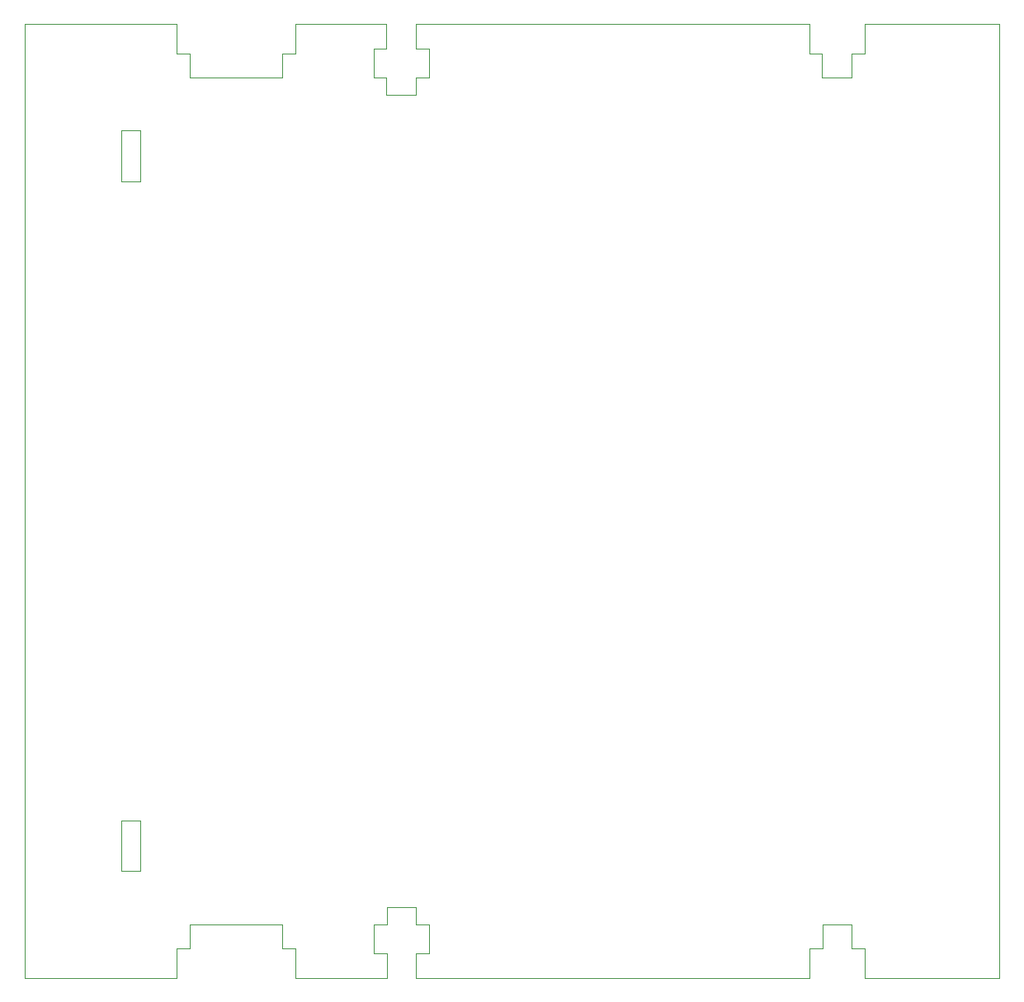
<source format=gm1>
G04 #@! TF.GenerationSoftware,KiCad,Pcbnew,(5.1.8)-1*
G04 #@! TF.CreationDate,2023-02-02T03:17:37+01:00*
G04 #@! TF.ProjectId,BulkyMIDI-32 Internal,42756c6b-794d-4494-9449-2d333220496e,rev?*
G04 #@! TF.SameCoordinates,Original*
G04 #@! TF.FileFunction,Profile,NP*
%FSLAX46Y46*%
G04 Gerber Fmt 4.6, Leading zero omitted, Abs format (unit mm)*
G04 Created by KiCad (PCBNEW (5.1.8)-1) date 2023-02-02 03:17:37*
%MOMM*%
%LPD*%
G01*
G04 APERTURE LIST*
G04 #@! TA.AperFunction,Profile*
%ADD10C,0.050000*%
G04 #@! TD*
G04 APERTURE END LIST*
D10*
X183440640Y-57604440D02*
X186448000Y-57604440D01*
X138736640Y-59349000D02*
X141744000Y-59349000D01*
X141760560Y-142751000D02*
X138753200Y-142751000D01*
X141760560Y-144495560D02*
X141760560Y-142751000D01*
X138753200Y-144495560D02*
X138753200Y-142751000D01*
X138753200Y-144495560D02*
X137406880Y-144495560D01*
X141760560Y-144495560D02*
X143106880Y-144495560D01*
X141744000Y-57604440D02*
X141744000Y-59349000D01*
X138736640Y-57604440D02*
X138736640Y-59349000D01*
X182110880Y-147000000D02*
X182110880Y-150000000D01*
X183457200Y-144495560D02*
X186464560Y-144495560D01*
X187810880Y-147000000D02*
X187810880Y-150000000D01*
X186464560Y-147000000D02*
X186464560Y-144495560D01*
X187810880Y-147000000D02*
X186464560Y-147000000D01*
X183457200Y-147000000D02*
X183457200Y-144495560D01*
X183457200Y-147000000D02*
X182110880Y-147000000D01*
X117166880Y-147000000D02*
X117166880Y-150000000D01*
X129366880Y-147000000D02*
X129366880Y-150000000D01*
X118513200Y-144495560D02*
X128020560Y-144495560D01*
X128020560Y-147000000D02*
X128020560Y-144495560D01*
X129366880Y-147000000D02*
X128020560Y-147000000D01*
X118513200Y-147000000D02*
X118513200Y-144495560D01*
X118513200Y-147000000D02*
X117166880Y-147000000D01*
X129370320Y-55100000D02*
X129370320Y-52100000D01*
X117170320Y-55100000D02*
X117170320Y-52100000D01*
X128024000Y-57604440D02*
X118516640Y-57604440D01*
X118516640Y-55100000D02*
X118516640Y-57604440D01*
X117170320Y-55100000D02*
X118516640Y-55100000D01*
X128024000Y-55100000D02*
X128024000Y-57604440D01*
X128024000Y-55100000D02*
X129370320Y-55100000D01*
X183440640Y-55100000D02*
X183440640Y-57604440D01*
X186448000Y-55100000D02*
X187794320Y-55100000D01*
X186448000Y-55100000D02*
X186448000Y-57604440D01*
X182094320Y-55100000D02*
X183440640Y-55100000D01*
X187794320Y-52100000D02*
X201600000Y-52100000D01*
X141744000Y-52100000D02*
X182094320Y-52100000D01*
X129370320Y-52100000D02*
X138736640Y-52100000D01*
X187810880Y-150000000D02*
X201600000Y-150000000D01*
X141760560Y-150000000D02*
X182110880Y-150000000D01*
X129366880Y-150000000D02*
X138753200Y-150000000D01*
X182094320Y-55100000D02*
X182094320Y-52100000D01*
X187794320Y-55100000D02*
X187794320Y-52100000D01*
X141760560Y-147495560D02*
X141760560Y-150000000D01*
X143106880Y-144495560D02*
X143106880Y-147495560D01*
X141760560Y-147495560D02*
X143106880Y-147495560D01*
X137406880Y-144495560D02*
X137406880Y-147495560D01*
X138753200Y-147495560D02*
X138753200Y-150000000D01*
X137406880Y-147495560D02*
X138753200Y-147495560D01*
X143090320Y-57604440D02*
X143090320Y-54604440D01*
X138736640Y-54604440D02*
X137390320Y-54604440D01*
X138736640Y-57604440D02*
X137390320Y-57604440D01*
X143090320Y-54604440D02*
X141744000Y-54604440D01*
X141744000Y-54604440D02*
X141744000Y-52100000D01*
X141744000Y-57604440D02*
X143090320Y-57604440D01*
X138736640Y-54604440D02*
X138736640Y-52100000D01*
X137390320Y-57604440D02*
X137390320Y-54604440D01*
X111499000Y-133822000D02*
X113504000Y-133822000D01*
X113504000Y-133822000D02*
X113504000Y-139002000D01*
X111499000Y-133822000D02*
X111499000Y-139002000D01*
X111499000Y-139002000D02*
X113504000Y-139002000D01*
X111499000Y-63022000D02*
X111499000Y-68202000D01*
X111499000Y-68202000D02*
X113504000Y-68202000D01*
X111499000Y-63022000D02*
X113504000Y-63022000D01*
X113504000Y-63022000D02*
X113504000Y-68202000D01*
X201600000Y-52100000D02*
X201600000Y-150000000D01*
X117170320Y-52100000D02*
X101600000Y-52100000D01*
X117166880Y-150000000D02*
X101600000Y-150000000D01*
X101600000Y-52100000D02*
X101600000Y-150000000D01*
M02*

</source>
